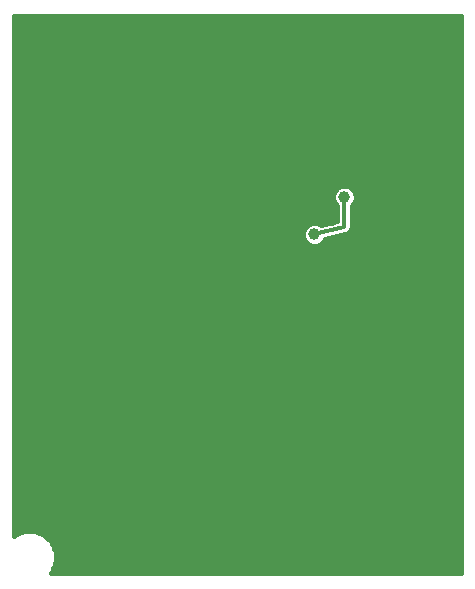
<source format=gbl>
G75*
%MOIN*%
%OFA0B0*%
%FSLAX25Y25*%
%IPPOS*%
%LPD*%
%AMOC8*
5,1,8,0,0,1.08239X$1,22.5*
%
%ADD10C,0.01600*%
%ADD11C,0.03962*%
%ADD12C,0.01200*%
D10*
X0011600Y0023956D02*
X0011600Y0196961D01*
X0160701Y0196961D01*
X0160701Y0011600D01*
X0023956Y0011600D01*
X0024207Y0011851D01*
X0025537Y0015062D01*
X0025537Y0018538D01*
X0024207Y0021749D01*
X0021749Y0024207D01*
X0018538Y0025537D01*
X0015062Y0025537D01*
X0011851Y0024207D01*
X0011600Y0023956D01*
X0011600Y0024384D02*
X0012278Y0024384D01*
X0011600Y0025982D02*
X0160701Y0025982D01*
X0160701Y0024384D02*
X0021322Y0024384D01*
X0023171Y0022785D02*
X0160701Y0022785D01*
X0160701Y0021187D02*
X0024440Y0021187D01*
X0025102Y0019588D02*
X0160701Y0019588D01*
X0160701Y0017990D02*
X0025537Y0017990D01*
X0025537Y0016391D02*
X0160701Y0016391D01*
X0160701Y0014793D02*
X0025425Y0014793D01*
X0024763Y0013194D02*
X0160701Y0013194D01*
X0160701Y0027581D02*
X0011600Y0027581D01*
X0011600Y0029179D02*
X0160701Y0029179D01*
X0160701Y0030778D02*
X0011600Y0030778D01*
X0011600Y0032376D02*
X0160701Y0032376D01*
X0160701Y0033975D02*
X0011600Y0033975D01*
X0011600Y0035573D02*
X0160701Y0035573D01*
X0160701Y0037172D02*
X0011600Y0037172D01*
X0011600Y0038770D02*
X0160701Y0038770D01*
X0160701Y0040369D02*
X0011600Y0040369D01*
X0011600Y0041967D02*
X0160701Y0041967D01*
X0160701Y0043566D02*
X0011600Y0043566D01*
X0011600Y0045164D02*
X0160701Y0045164D01*
X0160701Y0046763D02*
X0011600Y0046763D01*
X0011600Y0048361D02*
X0160701Y0048361D01*
X0160701Y0049960D02*
X0011600Y0049960D01*
X0011600Y0051558D02*
X0160701Y0051558D01*
X0160701Y0053157D02*
X0011600Y0053157D01*
X0011600Y0054755D02*
X0160701Y0054755D01*
X0160701Y0056354D02*
X0011600Y0056354D01*
X0011600Y0057952D02*
X0160701Y0057952D01*
X0160701Y0059551D02*
X0011600Y0059551D01*
X0011600Y0061149D02*
X0160701Y0061149D01*
X0160701Y0062748D02*
X0011600Y0062748D01*
X0011600Y0064346D02*
X0160701Y0064346D01*
X0160701Y0065945D02*
X0011600Y0065945D01*
X0011600Y0067543D02*
X0160701Y0067543D01*
X0160701Y0069142D02*
X0011600Y0069142D01*
X0011600Y0070740D02*
X0160701Y0070740D01*
X0160701Y0072339D02*
X0011600Y0072339D01*
X0011600Y0073937D02*
X0160701Y0073937D01*
X0160701Y0075536D02*
X0011600Y0075536D01*
X0011600Y0077134D02*
X0160701Y0077134D01*
X0160701Y0078733D02*
X0011600Y0078733D01*
X0011600Y0080332D02*
X0160701Y0080332D01*
X0160701Y0081930D02*
X0011600Y0081930D01*
X0011600Y0083529D02*
X0160701Y0083529D01*
X0160701Y0085127D02*
X0011600Y0085127D01*
X0011600Y0086726D02*
X0160701Y0086726D01*
X0160701Y0088324D02*
X0011600Y0088324D01*
X0011600Y0089923D02*
X0160701Y0089923D01*
X0160701Y0091521D02*
X0011600Y0091521D01*
X0011600Y0093120D02*
X0160701Y0093120D01*
X0160701Y0094718D02*
X0011600Y0094718D01*
X0011600Y0096317D02*
X0160701Y0096317D01*
X0160701Y0097915D02*
X0011600Y0097915D01*
X0011600Y0099514D02*
X0160701Y0099514D01*
X0160701Y0101112D02*
X0011600Y0101112D01*
X0011600Y0102711D02*
X0160701Y0102711D01*
X0160701Y0104309D02*
X0011600Y0104309D01*
X0011600Y0105908D02*
X0160701Y0105908D01*
X0160701Y0107506D02*
X0011600Y0107506D01*
X0011600Y0109105D02*
X0160701Y0109105D01*
X0160701Y0110703D02*
X0011600Y0110703D01*
X0011600Y0112302D02*
X0160701Y0112302D01*
X0160701Y0113900D02*
X0011600Y0113900D01*
X0011600Y0115499D02*
X0160701Y0115499D01*
X0160701Y0117097D02*
X0011600Y0117097D01*
X0011600Y0118696D02*
X0160701Y0118696D01*
X0160701Y0120294D02*
X0011600Y0120294D01*
X0011600Y0121893D02*
X0108860Y0121893D01*
X0108595Y0122158D02*
X0109658Y0121095D01*
X0111048Y0120519D01*
X0112552Y0120519D01*
X0113942Y0121095D01*
X0115005Y0122158D01*
X0115222Y0122682D01*
X0122095Y0124400D01*
X0122277Y0124400D01*
X0122554Y0124515D01*
X0122845Y0124587D01*
X0122991Y0124696D01*
X0123159Y0124765D01*
X0123371Y0124977D01*
X0123612Y0125156D01*
X0123706Y0125312D01*
X0123835Y0125441D01*
X0123949Y0125717D01*
X0124104Y0125975D01*
X0124130Y0126155D01*
X0124200Y0126323D01*
X0124200Y0126622D01*
X0124244Y0126919D01*
X0124200Y0127095D01*
X0124200Y0133853D01*
X0125005Y0134658D01*
X0125581Y0136048D01*
X0125581Y0137552D01*
X0125005Y0138942D01*
X0123942Y0140005D01*
X0122552Y0140581D01*
X0121048Y0140581D01*
X0119658Y0140005D01*
X0118595Y0138942D01*
X0118019Y0137552D01*
X0118019Y0136048D01*
X0118595Y0134658D01*
X0119400Y0133853D01*
X0119400Y0128674D01*
X0114099Y0127349D01*
X0113942Y0127505D01*
X0112552Y0128081D01*
X0111048Y0128081D01*
X0109658Y0127505D01*
X0108595Y0126442D01*
X0108019Y0125052D01*
X0108019Y0123548D01*
X0108595Y0122158D01*
X0108042Y0123491D02*
X0011600Y0123491D01*
X0011600Y0125090D02*
X0108035Y0125090D01*
X0108841Y0126688D02*
X0011600Y0126688D01*
X0011600Y0128287D02*
X0117852Y0128287D01*
X0119400Y0129885D02*
X0011600Y0129885D01*
X0011600Y0131484D02*
X0119400Y0131484D01*
X0119400Y0133082D02*
X0011600Y0133082D01*
X0011600Y0134681D02*
X0118585Y0134681D01*
X0118019Y0136279D02*
X0011600Y0136279D01*
X0011600Y0137878D02*
X0118154Y0137878D01*
X0119129Y0139476D02*
X0011600Y0139476D01*
X0011600Y0141075D02*
X0160701Y0141075D01*
X0160701Y0142673D02*
X0011600Y0142673D01*
X0011600Y0144272D02*
X0160701Y0144272D01*
X0160701Y0145870D02*
X0011600Y0145870D01*
X0011600Y0147469D02*
X0160701Y0147469D01*
X0160701Y0149068D02*
X0011600Y0149068D01*
X0011600Y0150666D02*
X0160701Y0150666D01*
X0160701Y0152265D02*
X0011600Y0152265D01*
X0011600Y0153863D02*
X0160701Y0153863D01*
X0160701Y0155462D02*
X0011600Y0155462D01*
X0011600Y0157060D02*
X0160701Y0157060D01*
X0160701Y0158659D02*
X0011600Y0158659D01*
X0011600Y0160257D02*
X0160701Y0160257D01*
X0160701Y0161856D02*
X0011600Y0161856D01*
X0011600Y0163454D02*
X0160701Y0163454D01*
X0160701Y0165053D02*
X0011600Y0165053D01*
X0011600Y0166651D02*
X0160701Y0166651D01*
X0160701Y0168250D02*
X0011600Y0168250D01*
X0011600Y0169848D02*
X0160701Y0169848D01*
X0160701Y0171447D02*
X0011600Y0171447D01*
X0011600Y0173045D02*
X0160701Y0173045D01*
X0160701Y0174644D02*
X0011600Y0174644D01*
X0011600Y0176242D02*
X0160701Y0176242D01*
X0160701Y0177841D02*
X0011600Y0177841D01*
X0011600Y0179439D02*
X0160701Y0179439D01*
X0160701Y0181038D02*
X0011600Y0181038D01*
X0011600Y0182636D02*
X0160701Y0182636D01*
X0160701Y0184235D02*
X0011600Y0184235D01*
X0011600Y0185833D02*
X0160701Y0185833D01*
X0160701Y0187432D02*
X0011600Y0187432D01*
X0011600Y0189030D02*
X0160701Y0189030D01*
X0160701Y0190629D02*
X0011600Y0190629D01*
X0011600Y0192227D02*
X0160701Y0192227D01*
X0160701Y0193826D02*
X0011600Y0193826D01*
X0011600Y0195424D02*
X0160701Y0195424D01*
X0160701Y0139476D02*
X0124471Y0139476D01*
X0125446Y0137878D02*
X0160701Y0137878D01*
X0160701Y0136279D02*
X0125581Y0136279D01*
X0125015Y0134681D02*
X0160701Y0134681D01*
X0160701Y0133082D02*
X0124200Y0133082D01*
X0124200Y0131484D02*
X0160701Y0131484D01*
X0160701Y0129885D02*
X0124200Y0129885D01*
X0124200Y0128287D02*
X0160701Y0128287D01*
X0160701Y0126688D02*
X0124210Y0126688D01*
X0123523Y0125090D02*
X0160701Y0125090D01*
X0160701Y0123491D02*
X0118461Y0123491D01*
X0114740Y0121893D02*
X0160701Y0121893D01*
D11*
X0121800Y0136800D03*
X0111800Y0124300D03*
X0116800Y0106800D03*
X0084300Y0134300D03*
X0091800Y0151800D03*
X0041800Y0151800D03*
X0041800Y0086800D03*
X0141800Y0056800D03*
D12*
X0121800Y0126800D02*
X0111800Y0124300D01*
X0121800Y0126800D02*
X0121800Y0136800D01*
M02*

</source>
